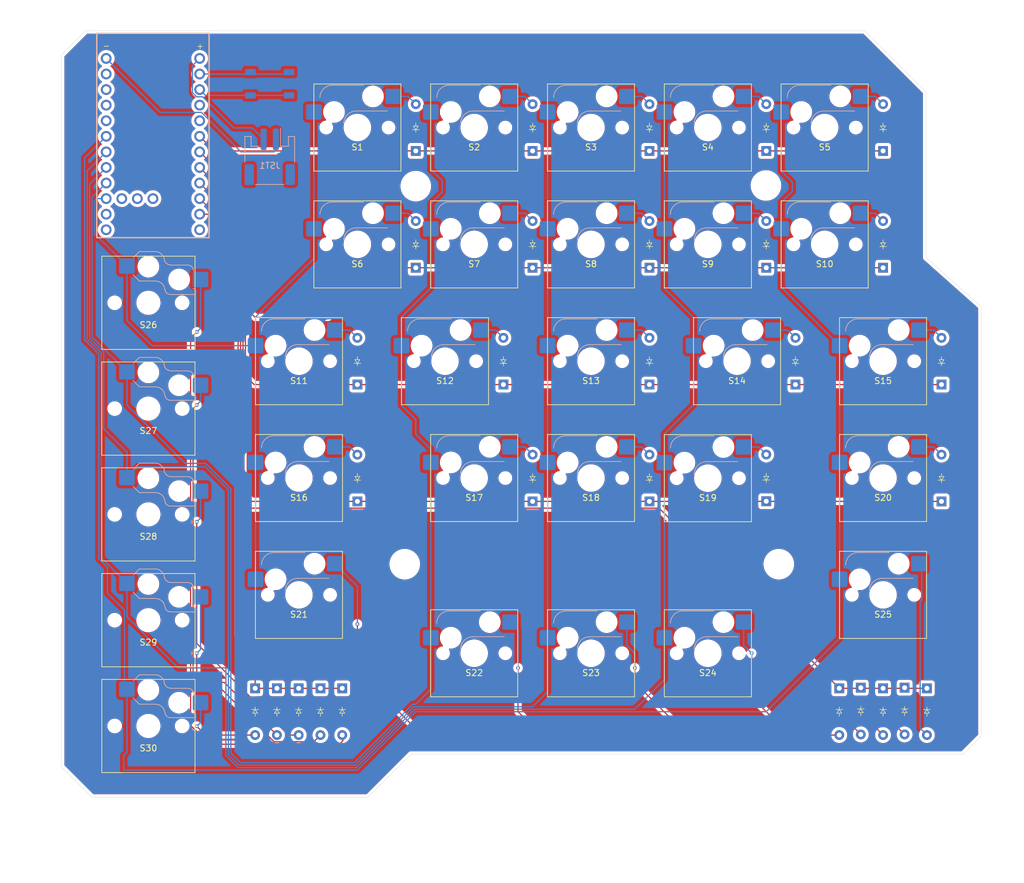
<source format=kicad_pcb>
(kicad_pcb (version 20240108) (generator "pcbnew") (generator_version "8.0")
  (layers (0 "F.Cu" signal) (31 "B.Cu" signal) (34 "B.Paste" user) (35 "F.Paste" user) (36 "B.SilkS" user "B.Silkscreen") (37 "F.SilkS" user "F.Silkscreen") (38 "B.Mask" user) (39 "F.Mask" user) (44 "Edge.Cuts" user))
  (net 0 "")
  (net 1 "Row 1")
  (net 2 "Net-(D1-A)")
  (net 3 "Net-(D2-A)")
  (net 4 "Net-(D3-A)")
  (net 5 "Net-(D4-A)")
  (net 6 "Net-(D5-A)")
  (net 7 "Net-(D6-A)")
  (net 8 "Row 2")
  (net 9 "Net-(D7-A)")
  (net 10 "Net-(D8-A)")
  (net 11 "Net-(D9-A)")
  (net 12 "Net-(D10-A)")
  (net 13 "Row 3")
  (net 14 "Net-(D11-A)")
  (net 15 "Net-(D12-A)")
  (net 16 "Net-(D13-A)")
  (net 17 "Net-(D14-A)")
  (net 18 "Net-(D15-A)")
  (net 19 "Row 4")
  (net 20 "Net-(D16-A)")
  (net 21 "Net-(D17-A)")
  (net 22 "Net-(D18-A)")
  (net 23 "Net-(D19-A)")
  (net 24 "Net-(D20-A)")
  (net 25 "Net-(D21-A)")
  (net 26 "Row 5")
  (net 27 "Net-(D22-A)")
  (net 28 "Net-(D23-A)")
  (net 29 "Net-(D24-A)")
  (net 30 "Net-(D25-A)")
  (net 31 "Col 1")
  (net 32 "Col 2")
  (net 33 "Col 3")
  (net 34 "Col 4")
  (net 35 "Col 5")
  (net 36 "Net-(D26-A)")
  (net 37 "Row 6")
  (net 38 "Net-(D27-A)")
  (net 39 "Net-(D28-A)")
  (net 40 "Net-(D29-A)")
  (net 41 "Net-(D30-A)")
  (net 42 "GND")
  (net 43 "RST")
  (net 44 "Bat Pos")
  (net 45 "Bat Neg")
  (footprint "ScottoKeebs_Hotswap:Hotswap_MX_1.00u" (layer "F.Cu") (at 101.92 126.625)
    (property "Reference" "S22")
    (property "Value" "Keyswitch")
  )
  (footprint "ScottoKeebs_Components:Diode_DO-35" (layer "F.Cu") (at 149.545 101.834469 90)
    (property "Reference" "D19" (hide yes))
    (property "Value" "Diode" (hide yes))
  )
  (footprint "ScottoKeebs_Components:Diode_DO-35" (layer "F.Cu") (at 130.495 63.76 90)
    (property "Reference" "D8" (hide yes))
    (property "Value" "Diode" (hide yes))
  )
  (footprint "ScottoKeebs_Hotswap:Hotswap_MX_1.50u" (layer "F.Cu") (at 168.595 98.05)
    (property "Reference" "S20")
    (property "Value" "Keyswitch")
  )
  (footprint "ScottoKeebs_Components:Diode_DO-35" (layer "F.Cu") (at 111.445 44.71 90)
    (property "Reference" "D2" (hide yes))
    (property "Value" "Diode" (hide yes))
  )
  (footprint "ScottoKeebs_Components:Diode_DO-35" (layer "F.Cu") (at 168.595 63.76 90)
    (property "Reference" "D10" (hide yes))
    (property "Value" "Diode" (hide yes))
  )
  (footprint "ScottoKeebs_Hotswap:Hotswap_MX_1.50u" (layer "F.Cu") (at 73.345 98.05)
    (property "Reference" "S16")
    (property "Value" "Keyswitch")
  )
  (footprint "ScottoKeebs_Components:Diode_DO-35" (layer "F.Cu") (at 130.495 82.81 90)
    (property "Reference" "D13" (hide yes))
    (property "Value" "Diode" (hide yes))
  )
  (footprint "ScottoKeebs_Components:Diode_DO-35" (layer "F.Cu") (at 149.545 44.71 90)
    (property "Reference" "D4" (hide yes))
    (property "Value" "Diode" (hide yes))
  )
  (footprint "ScottoKeebs_Components:Diode_DO-35" (layer "F.Cu") (at 175.73875 132.34 -90)
    (property "Reference" "D25" (hide yes))
    (property "Value" "Diode" (hide yes))
  )
  (footprint "ScottoKeebs_Components:Diode_DO-35" (layer "F.Cu") (at 168.595 132.34 -90)
    (property "Reference" "D23" (hide yes))
    (property "Value" "Diode" (hide yes))
  )
  (footprint "ScottoKeebs_Hotswap:Hotswap_MX_1.00u" (layer "F.Cu") (at 159.07 59.95)
    (property "Reference" "S10")
    (property "Value" "Keyswitch")
  )
  (footprint "ScottoKeebs_Hotswap:Hotswap_MX_1.00u" (layer "F.Cu") (at 140.02 98.075531)
    (property "Reference" "S19")
    (property "Value" "Keyswitch")
  )
  (footprint "ScottoKeebs_Components:Diode_DO-35" (layer "F.Cu") (at 149.545 63.76 90)
    (property "Reference" "D9" (hide yes))
    (property "Value" "Diode" (hide yes))
  )
  (footprint "ScottoKeebs_Components:Diode_DO-35" (layer "F.Cu") (at 92.395 44.71 90)
    (property "Reference" "D1" (hide yes))
    (property "Value" "Diode" (hide yes))
  )
  (footprint "ScottoKeebs_Hotswap:Hotswap_MX_1.00u" (layer "F.Cu") (at 82.87 40.9)
    (property "Reference" "S1")
    (property "Value" "Keyswitch")
  )
  (footprint "ScottoKeebs_Components:Diode_DO-35" (layer "F.Cu") (at 73.30125 132.34 -90)
    (property "Reference" "D28" (hide yes))
    (property "Value" "Diode" (hide yes))
  )
  (footprint "ScottoKeebs_Components:Diode_DO-35" (layer "F.Cu") (at 164.96375 132.2425 -90)
    (property "Reference" "D22" (hide yes))
    (property "Value" "Diode" (hide yes))
  )
  (footprint "ScottoKeebs_Hotswap:Hotswap_MX_1.00u" (layer "F.Cu") (at 101.92 98.05)
    (property "Reference" "S17")
    (property "Value" "Keyswitch")
  )
  (footprint "ScottoKeebs_Components:Diode_DO-35" (layer "F.Cu") (at 76.85125 132.34 -90)
    (property "Reference" "D27" (hide yes))
    (property "Value" "Diode" (hide yes))
  )
  (footprint "ScottoKeebs_Hotswap:Hotswap_MX_1.00u" (layer "F.Cu") (at 140.02 59.95)
    (property "Reference" "S9")
    (property "Value" "Keyswitch")
  )
  (footprint "ScottoKeebs_Components:Diode_DO-35" (layer "F.Cu") (at 130.495 101.86 90)
    (property "Reference" "D18" (hide yes))
    (property "Value" "Diode" (hide yes))
  )
  (footprint "ScottoKeebs_Hotswap:Hotswap_MX_1.00u" (layer "F.Cu") (at 120.97 59.95)
    (property "Reference" "S8")
    (property "Value" "Keyswitch")
  )
  (footprint "ScottoKeebs_Hotswap:Hotswap_MX_1.00u" (layer "F.Cu") (at 120.97 126.625)
    (property "Reference" "S23")
    (property "Value" "Keyswitch")
  )
  (footprint "ScottoKeebs_Components:Diode_DO-35" (layer "F.Cu") (at 106.6825 82.81 90)
    (property "Reference" "D12" (hide yes))
    (property "Value" "Diode" (hide yes))
  )
  (footprint "MountingHole:MountingHole_4.5mm" (layer "F.Cu") (at 92.395 50.45)
    (property "Reference" "H1" (hide yes))
    (property "Value" "Mounting_Hole")
  )
  (footprint "ScottoKeebs_Hotswap:Hotswap_MX_1.00u" (layer "F.Cu") (at 144.7825 79)
    (property "Reference" "S14")
    (property "Value" "Keyswitch")
  )
  (footprint "MountingHole:MountingHole_4.5mm" (layer "F.Cu") (at 90.595 112.1)
    (property "Reference" "H4" (hide yes))
    (property "Value" "Mounting_Hole")
  )
  (footprint "ScottoKeebs_Components:Diode_DO-35" (layer "F.Cu") (at 178.12 82.81 90)
    (property "Reference" "D15" (hide yes))
    (property "Value" "Diode" (hide yes))
  )
  (footprint "ScottoKeebs_Hotswap:Hotswap_MX_1.50u" (layer "F.Cu") (at 168.595 79)
    (property "Reference" "S15")
    (property "Value" "Keyswitch")
  )
  (footprint "ScottoKeebs_Components:Diode_DO-35" (layer "F.Cu") (at 161.45125 132.34 -90)
    (property "Reference" "D21" (hide yes))
    (property "Value" "Diode" (hide yes))
  )
  (footprint "ScottoKeebs_Components:Diode_DO-35" (layer "F.Cu") (at 111.445 63.76 90)
    (property "Reference" "D7" (hide yes))
    (property "Value" "Diode" (hide yes))
  )
  (footprint "ScottoKeebs_Components:Diode_DO-35" (layer "F.Cu") (at 168.595 44.71 90)
    (property "Reference" "D5" (hide yes))
    (property "Value" "Diode" (hide yes))
  )
  (footprint "ScottoKeebs_Components:Diode_DO-35" (layer "F.Cu") (at 82.87 101.86 90)
    (property "Reference" "D16" (hide yes))
    (property "Value" "Diode" (hide yes))
  )
  (footprint "ScottoKeebs_Hotswap:Hotswap_MX_1.00u" (layer "F.Cu") (at 120.97 40.9)
    (property "Reference" "S3")
    (property "Value" "Keyswitch")
  )
  (footprint "ScottoKeebs_Hotswap:Hotswap_MX_1.00u" (layer "F.Cu") (at 140.02 126.625)
    (property "Reference" "S24")
    (property "Value" "Keyswitch")
  )
  (footprint "ScottoKeebs_Components:Diode_DO-35" (layer "F.Cu") (at 172.1075 132.2425 -90)
    (property "Reference" "D24" (hide yes))
    (property "Value" "Diode" (hide yes))
  )
  (footprint "ScottoKeebs_Hotswap:Hotswap_MX_1.00u" (layer "F.Cu") (at 97.1575 79)
    (property "Reference" "S12")
    (property "Value" "Keyswitch")
  )
  (footprint "ScottoKeebs_Hotswap:Hotswap_MX_1.00u" (layer "F.Cu") (at 159.07 40.9)
    (property "Reference" "S5")
    (property "Value" "Keyswitch")
  )
  (footprint "ScottoKeebs_Hotswap:Hotswap_MX_1.00u" (layer "F.Cu") (at 120.97 98.05)
    (property "Reference" "S18")
    (property "Value" "Keyswitch")
  )
  (footprint "ScottoKeebs_Hotswap:Hotswap_Choc_V1_1.00u" (layer "F.Cu") (at 48.795 121.231)
    (property "Reference" "S29")
    (property "Value" "Keyswitch")
  )
  (footprint "ScottoKeebs_Hotswap:Hotswap_MX_1.50u" (layer "F.Cu") (at 73.345 79)
    (property "Reference" "S11")
    (property "Value" "Keyswitch")
  )
  (footprint "ScottoKeebs_Hotswap:Hotswap_Choc_V1_1.00u" (layer "F.Cu") (at 48.795 86.727)
    (property "Reference" "S27")
    (property "Value" "Keyswitch")
  )
  (footprint "ScottoKeebs_Hotswap:Hotswap_Choc_V1_1.00u" (layer "F.Cu") (at 48.795 138.483)
    (property "Reference" "S30")
    (property "Value" "Keyswitch")
  )
  (footprint "MountingHole:MountingHole_4.5mm" (layer "F.Cu") (at 149.495 50.35)
    (property "Reference" "H3" (hide yes))
    (property "Value" "Mounting_Hole")
  )
  (footprint "ScottoKeebs_Components:Diode_DO-35" (layer "F.Cu") (at 92.395 63.76 90)
    (property "Reference" "D6" (hide yes))
    (property "Value" "Diode" (hide yes))
  )
  (footprint "ScottoKeebs_Components:Diode_DO-35" (layer "F.Cu") (at 130.495 44.71 90)
    (property "Reference" "D3" (hide yes))
    (property "Value" "Diode" (hide yes))
  )
  (footprint "ScottoKeebs_Hotswap:Hotswap_MX_1.00u" (layer "F.Cu") (at 120.97 79)
    (property "Reference" "S13")
    (property "Value" "Keyswitch")
  )
  (footprint "ScottoKeebs_Hotswap:Hotswap_MX_1.50u" (layer "F.Cu") (at 73.345 117.1)
    (property "Reference" "S21")
    (property "Value" "Keyswitch")
  )
  (footprint "ScottoKeebs_Components:Diode_DO-35" (layer "F.Cu") (at 66.20125 132.34 -90)
    (property "Reference" "D30" (hide yes))
    (property "Value" "Diode" (hide yes))
  )
  (footprint "ScottoKeebs_Hotswap:Hotswap_MX_1.50u" (layer "F.Cu") (at 168.595 117.1)
    (property "Reference" "S25")
    (property "Value" "Keyswitch")
  )
  (footprint "ScottoKeebs_Components:Diode_DO-35" (layer "F.Cu") (at 178.12 101.86 90)
    (property "Reference" "D20" (hide yes))
    (property "Value" "Diode" (hide yes))
  )
  (footprint "ScottoKeebs_Hotswap:Hotswap_MX_1.00u" (layer "F.Cu") (at 101.92 59.95)
    (property "Reference" "S7")
    (property "Value" "Keyswitch")
  )
  (footprint "ScottoKeebs_Hotswap:Hotswap_MX_1.00u" (layer "F.Cu") (at 101.92 40.9)
    (property "Reference" "S2")
    (property "Value" "Keyswitch")
  )
  (footprint "ScottoKeebs_Components:Diode_DO-35" (layer "F.Cu") (at 154.3075 82.81 90)
    (property "Reference" "D14" (hide yes))
    (property "Value" "Diode" (hide yes))
  )
  (footprint "MountingHole:MountingHole_4.5mm" (layer "F.Cu") (at 151.595 112.1)
    (property "Reference" "H2" (hide yes))
    (property "Value" "Mounting_Hole")
  )
  (footprint "ScottoKeebs_Hotswap:Hotswap_Choc_V1_1.00u" (layer "F.Cu") (at 48.795 103.979)
    (property "Reference" "S28")
    (property "Value" "Keyswitch")
  )
  (footprint "ScottoKeebs_Components:Diode_DO-35" (layer "F.Cu") (at 80.40125 132.34 -90)
    (property "Reference" "D26" (hide yes))
    (property "Value" "Diode" (hide yes))
  )
  (footprint "ScottoKeebs_Hotswap:Hotswap_MX_1.00u" (layer "F.Cu") (at 140.02 40.9)
    (property "Reference" "S4")
    (property "Value" "Keyswitch")
  )
  (footprint "ScottoKeebs_Hotswap:Hotswap_Choc_V1_1.00u" (layer "F.Cu") (at 48.795 69.475)
    (property "Reference" "S26")
    (property "Value" "Keyswitch")
  )
  (footprint "ScottoKeebs_Components:Diode_DO-35" (layer "F.Cu") (at 111.445 101.86 90)
    (property "Reference" "D17" (hide yes))
    (property "Value" "Diode" (hide yes))
  )
  (footprint "ScottoKeebs_MCU:Nice_Nano_V2" (layer "F.Cu") (at 49.5325 43.31875)
    (property "Reference" "U2" (hide yes))
    (property "Value" "Nice_Nano_V2" (hide yes))
  )
  (footprint "ScottoKeebs_Components:Diode_DO-35" (layer "F.Cu") (at 69.75125 132.34 -90)
    (property "Reference" "D29" (hide yes))
    (property "Value" "Diode" (hide yes))
  )
  (footprint "ScottoKeebs_Hotswap:Hotswap_MX_1.00u" (layer "F.Cu") (at 82.87 59.95)
    (property "Reference" "S6")
    (property "Value" "Keyswitch")
  )
  (footprint "ScottoKeebs_Components:Diode_DO-35" (layer "F.Cu") (at 82.87 82.81 90)
    (property "Reference" "D11" (hide yes))
    (property "Value" "Diode" (hide yes))
  )
  (footprint "Connector_JST:JST_PH_S2B-PH-SM4-TB_1x02-1MP_P2.00mm_Horizontal" (layer "B.Cu") (at 68.5825 45.6625 180)
    (property "Reference" "JST1")
    (property "Value" "Battery")
  )
  (footprint "ScottoKeebs_Components:Button_TL3342" (layer "B.Cu") (at 68.5825 33.75625 180)
    (property "Reference" "RST1" (hide yes))
    (property "Value" "Reset")
  )
  (gr_poly (pts (xy 34.595 29.1) (xy 38.595 25.1) (xy 165.595 25.1) (xy 175.595 35.1) (xy 175.595 62.1) (xy 184.595 70.1) (xy 184.595 140.1) (xy 181.595 143.1) (xy 91.595 143.1) (xy 84.595 150.1) (xy 39.595 150.1) (xy 34.595 145.1)) (stroke (width 0.05)) (fill none) (layer "Edge.Cuts"))
  (gr_text "-" (at 41.245 28.15 0) (layer "F.SilkS") (effects (font (size 1 1) (thickness 0.1)) (justify left bottom)))
  (gr_text "+" (at 56.545 28.2 0) (layer "F.SilkS") (effects (font (size 1 1) (thickness 0.1)) (justify left bottom)))
  (segment (start 59.53375 44.71) (end 57.1525 42.32875) (width 0.2) (layer "F.Cu") (net 1))
  (segment (start 168.595 44.71) (end 92.395 44.71) (width 0.2) (layer "F.Cu") (net 1))
  (segment (start 92.395 44.71) (end 59.53375 44.71) (width 0.2) (layer "F.Cu") (net 1))
  (segment (start 88.712 35.82) (end 91.125 35.82) (width 0.2) (layer "B.Cu") (net 2))
  (segment (start 91.125 35.82) (end 92.395 37.09) (width 0.2) (layer "B.Cu") (net 2))
  (segment (start 107.762 35.82) (end 110.175 35.82) (width 0.2) (layer "B.Cu") (net 3))
  (segment (start 110.175 35.82) (end 111.445 37.09) (width 0.2) (layer "B.Cu") (net 3))
  (segment (start 129.225 35.82) (end 130.495 37.09) (width 0.2) (layer "B.Cu") (net 4))
  (segment (start 126.812 35.82) (end 129.225 35.82) (width 0.2) (layer "B.Cu") (net 4))
  (segment (start 145.862 35.82) (end 148.275 35.82) (width 0.2) (layer "B.Cu") (net 5))
  (segment (start 148.275 35.82) (end 149.545 37.09) (width 0.2) (layer "B.Cu") (net 5))
  (segment (start 164.912 35.82) (end 167.325 35.82) (width 0.2) (layer "B.Cu") (net 6))
  (segment (start 167.325 35.82) (end 168.595 37.09) (width 0.2) (layer "B.Cu") (net 6))
  (segment (start 91.125 54.87) (end 92.395 56.14) (width 0.2) (layer "B.Cu") (net 7))
  (segment (start 88.712 54.87) (end 91.125 54.87) (width 0.2) (layer "B.Cu") (net 7))
  (segment (start 65.02 58.659192) (end 59.8575 53.496692) (width 0.2) (layer "F.Cu") (net 8))
  (segment (start 65.02 70.675) (end 65.02 58.659192) (width 0.2) (layer "F.Cu") (net 8))
  (segment (start 86.20375 63.76) (end 78.1075 71.85625) (width 0.2) (layer "F.Cu") (net 8))
  (segment (start 168.595 63.76) (end 92.395 63.76) (width 0.2) (layer "F.Cu") (net 8))
  (segment (start 59.8575 53.496692) (end 59.8575 47.57375) (width 0.2) (layer "F.Cu") (net 8))
  (segment (start 66.20125 71.85625) (end 65.02 70.675) (width 0.2) (layer "F.Cu") (net 8))
  (segment (start 59.8575 47.57375) (end 57.1525 44.86875) (width 0.2) (layer "F.Cu") (net 8))
  (segment (start 92.395 63.76) (end 86.20375 63.76) (width 0.2) (layer "F.Cu") (net 8))
  (segment (start 78.1075 71.85625) (end 66.20125 71.85625) (width 0.2) (layer "F.Cu") (net 8))
  (segment (start 110.175 54.87) (end 111.445 56.14) (width 0.2) (layer "B.Cu") (net 9))
  (segment (start 107.762 54.87) (end 110.175 54.87) (width 0.2) (layer "B.Cu") (net 9))
  (segment (start 126.812 54.87) (end 129.225 54.87) (width 0.2) (layer "B.Cu") (net 10))
  (segment (start 129.225 54.87) (end 130.495 56.14) (width 0.2) (layer "B.Cu") (net 10))
  (segment (start 148.275 54.87) (end 149.545 56.14) (width 0.2) (layer "B.Cu") (net 11))
  (segment (start 145.862 54.87) (end 148.275 54.87) (width 0.2) (layer "B.Cu") (net 11))
  (segment (start 167.325 54.87) (end 168.595 56.14) (width 0.2) (layer "B.Cu") (net 12))
  (segment (start 164.912 54.87) (end 167.325 54.87) (width 0.2) (layer "B.Cu") (net 12))
  (segment (start 64.62 58.824878) (end 59.4575 53.662378) (width 0.2) (layer "F.Cu") (net 13))
  (segment (start 64.62 81.38125) (end 64.62 58.824878) (width 0.2) (layer "F.Cu") (net 13))
  (segment (start 66.04875 82.81) (end 64.62 81.38125) (width 0.2) (layer "F.Cu") (net 13))
  (segment (start 178.12 82.81) (end 82.87 82.81) (width 0.2) (layer "F.Cu") (net 13))
  (segment (start 59.4575 49.71375) (end 57.1525 47.40875) (width 0.2) (layer "F.Cu") (net 13))
  (segment (start 82.87 82.81) (end 66.04875 82.81) (width 0.2) (layer "F.Cu") (net 13))
  (segment (start 59.4575 53.662378) (end 59.4575 49.71375) (width 0.2) (layer "F.Cu") (net 13))
  (segment (start 79.187 73.92) (end 81.6 73.92) (width 0.2) (layer "B.Cu") (net 14))
  (segment (start 81.6 73.92) (end 82.87 75.19) (width 0.2) (layer "B.Cu") (net 14))
  (segment (start 105.4125 73.92) (end 106.6825 75.19) (width 0.2) (layer "B.Cu") (net 15))
  (segment (start 102.9995 73.92) (end 105.4125 73.92) (width 0.2) (layer "B.Cu") (net 15))
  (segment (start 129.225 73.92) (end 130.495 75.19) (width 0.2) (layer "B.Cu") (net 16))
  (segment (start 126.812 73.92) (end 129.225 73.92) (width 0.2) (layer "B.Cu") (net 16))
  (segment (start 153.0375 73.92) (end 154.3075 75.19) (width 0.2) (layer "B.Cu") (net 17))
  (segment (start 150.6245 73.92) (end 153.0375 73.92) (width 0.2) (layer "B.Cu") (net 17))
  (segment (start 174.437 73.92) (end 176.85 73.92) (width 0.2) (layer "B.Cu") (net 18))
  (segment (start 176.85 73.92) (end 178.12 75.19) (width 0.2) (layer "B.Cu") (net 18))
  (segment (start 64.22 100.43125) (end 64.22 58.990564) (width 0.2) (layer "F.Cu") (net 19))
  (segment (start 59.0575 53.828064) (end 59.0575 51.85375) (width 0.2) (layer "F.Cu") (net 19))
  (segment (start 82.87 101.86) (end 65.64875 101.86) (width 0.2) (layer "F.Cu") (net 19))
  (segment (start 178.12 101.86) (end 82.87 101.86) (width 0.2) (layer "F.Cu") (net 19))
  (segment (start 59.0575 51.85375) (end 57.1525 49.94875) (width 0.2) (layer "F.Cu") (net 19))
  (segment (start 65.64875 101.86) (end 64.22 100.43125) (width 0.2) (layer "F.Cu") (net 19))
  (segment (start 64.22 58.990564) (end 59.0575 53.828064) (width 0.2) (layer "F.Cu") (net 19))
  (segment (start 81.6 92.97) (end 82.87 94.24) (width 0.2) (layer "B.Cu") (net 20))
  (segment (start 79.187 92.97) (end 81.6 92.97) (width 0.2) (layer "B.Cu") (net 20))
  (segment (start 110.175 92.97) (end 111.445 94.24) (width 0.2) (layer "B.Cu") (net 21))
  (segment (start 107.762 92.97) (end 110.175 92.97) (width 0.2) (layer "B.Cu") (net 21))
  (segment (start 129.225 92.97) (end 130.495 94.24) (width 0.2) (layer "B.Cu") (net 22))
  (segment (start 126.812 92.97) (end 129.225 92.97) (width 0.2) (layer "B.Cu") (net 22))
  (segment (start 148.326062 92.995531) (end 149.545 94.214469) (width 0.2) (layer "B.Cu") (net 23))
  (segment (start 145.862 92.995531) (end 148.326062 92.995531) (width 0.2) (layer "B.Cu") (net 23))
  (segment (start 174.437 92.97) (end 176.85 92.97) (width 0.2) (layer "B.Cu") (net 24))
  (segment (start 176.85 92.97) (end 178.12 94.24) (width 0.2) (layer "B.Cu") (net 24))
  (segment (start 159.07 138.93125) (end 92.395 138.93125) (width 0.2) (layer "F.Cu") (net 25))
  (segment (start 82.87 129.40625) (end 82.87 121.8625) (width 0.2) (layer "F.Cu") (net 25))
  (segment (start 160.09875 139.96) (end 159.07 138.93125) (width 0.2) (layer "F.Cu") (net 25))
  (segment (start 92.395 138.93125) (end 82.87 129.40625) (width 0.2) (layer "F.Cu") (net 25))
  (segment (start 161.45125 139.96) (end 160.09875 139.96) (width 0.2) (layer "F.Cu") (net 25))
  (via (at 82.87 121.8625) (size 0.6) (drill 0.3) (layers "F.Cu" "B.Cu") (net 25))
  (segment (start 82.87 121.8625) (end 82.87 115.703) (width 0.2) (layer "B.Cu") (net 25))
  (segment (start 82.87 115.703) (end 79.187 112.02) (width 0.2) (layer "B.Cu") (net 25))
  (segment (start 161.45125 132.34) (end 132.07125 102.96) (width 0.2) (layer "F.Cu") (net 26))
  (segment (start 63.82 59.15625) (end 57.1525 52.48875) (width 0.2) (layer "F.Cu") (net 26))
  (segment (start 175.73875 132.34) (end 161.45125 132.34) (width 0.2) (layer "F.Cu") (net 26))
  (segment (start 63.82 102.8125) (end 63.82 59.15625) (width 0.2) (layer "F.Cu") (net 26))
  (segment (start 63.9675 102.96) (end 63.82 102.8125) (width 0.2) (layer "F.Cu") (net 26))
  (segment (start 132.07125 102.96) (end 63.9675 102.96) (width 0.2) (layer "F.Cu") (net 26))
  (segment (start 109.06375 133.76875) (end 109.06375 129.00625) (width 0.2) (layer "F.Cu") (net 27))
  (segment (start 111.445 138.53125) (end 109.06375 136.15) (width 0.2) (layer "F.Cu") (net 27))
  (segment (start 164.96375 139.8625) (end 163.6325 138.53125) (width 0.2) (layer "F.Cu") (net 27))
  (segment (start 109.06375 136.15) (end 109.06375 133.76875) (width 0.2) (layer "F.Cu") (net 27))
  (segment (start 163.6325 138.53125) (end 111.445 138.53125) (width 0.2) (layer "F.Cu") (net 27))
  (via (at 109.06375 129.00625) (size 0.6) (drill 0.3) (layers "F.Cu" "B.Cu") (net 27))
  (segment (start 109.06375 129.00625) (end 109.06375 122.84675) (width 0.2) (layer "B.Cu") (net 27))
  (segment (start 109.06375 122.84675) (end 107.762 121.545) (width 0.2) (layer "B.Cu") (net 27))
  (segment (start 134.8575 138.13125) (end 128.11375 131.3875) (width 0.2) (layer "F.Cu") (net 28))
  (segment (start 166.76625 138.13125) (end 135.2575 138.13125) (width 0.2) (layer "F.Cu") (net 28))
  (segment (start 128.11375 131.3875) (end 128.11375 129.00625) (width 0.2) (layer "F.Cu") (net 28))
  (segment (start 135.2575 138.13125) (end 134.8575 138.13125) (width 0.2) (layer "F.Cu") (net 28))
  (segment (start 168.595 139.96) (end 166.76625 138.13125) (width 0.2) (layer "F.Cu") (net 28))
  (via (at 128.11375 129.00625) (size 0.6) (drill 0.3) (layers "F.Cu" "B.Cu") (net 28))
  (segment (start 128.11375 129.00625) (end 128.11375 126.625) (width 0.2) (layer "B.Cu") (net 28))
  (segment (start 128.11375 126.625) (end 126.812 125.32325) (width 0.2) (layer "B.Cu") (net 28))
  (segment (start 126.812 125.32325) (end 126.812 121.545) (width 0.2) (layer "B.Cu") (net 28))
  (segment (start 172.1075 139.8625) (end 169.97625 137.73125) (width 0.2) (layer "F.Cu") (net 29))
  (segment (start 147.16375 133.76875) (end 147.16375 126.625) (width 0.2) (layer "F.Cu") (net 29))
  (segment (start 169.97625 137.73125) (end 151.12625 137.73125) (width 0.2) (layer "F.Cu") (net 29))
  (segment (start 151.12625 137.73125) (end 147.16375 133.76875) (width 0.2) (layer "F.Cu") (net 29))
  (via (at 147.16375 126.625) (size 0.6) (drill 0.3) (layers "F.Cu" "B.Cu") (net 29))
  (segment (start 147.16375 126.625) (end 145.862 125.32325) (width 0.2) (layer "B.Cu") (net 29))
  (segment (start 145.862 125.32325) (end 145.862 121.545) (width 0.2) (layer "B.Cu") (net 29))
  (segment (start 174.9 117.93875) (end 174.9 112.483) (width 0.2) (layer "B.Cu") (net 30))
  (segment (start 174.63875 138.86) (end 174.63875 118.2) (width 0.2) (layer "B.Cu") (net 30))
  (segment (start 175.73875 139.96) (end 174.63875 138.86) (width 0.2) (layer "B.Cu") (net 30))
  (segment (start 174.9 112.483) (end 174.437 112.02) (width 0.2) (layer "B.Cu") (net 30))
  (segment (start 174.63875 118.2) (end 174.9 117.93875) (width 0.2) (layer "B.Cu") (net 30))
  (segment (start 66.26 71.915) (end 66.26 76.46) (width 0.2) (layer "B.Cu") (net 31))
  (segment (start 45.295 72.38125) (end 49.37375 76.46) (width 0.2) (layer "B.Cu") (net 31))
  (segment (start 40.325 52.48875) (end 41.9125 52.48875) (width 0.2) (layer "B.Cu") (net 31))
  (segment (start 40.0075 58.1875) (end 40.0075 52.80625) (width 0.2) (layer "B.Cu") (net 31))
  (segment (start 45.295 63.475) (end 45.295 72.38125) (width 0.2) (layer "B.Cu") (net 31))
  (segment (start 75.785 57.41) (end 75.785 62.2725) (width 0.2) (layer "B.Cu") (net 31))
  (segment (start 40.0075 52.80625) (end 40.325 52.48875) (width 0.2) (layer "B.Cu") (net 31))
  (segment (start 45.295 63.475) (end 40.0075 58.1875) (width 0.2) (layer "B.Cu") (net 31))
  (segment (start 49.37375 76.46) (end 66.26 76.46) (width 0.2) (layer "B.Cu") (net 31))
  (segment (start 75.785 38.36) (end 75.785 57.41) (width 0.2) (layer "B.Cu") (net 31))
  (segment (start 75.785 62.2725) (end 66.20125 71.85625) (width 0.2) (layer "B.Cu") (net 31))
  (segment (start 66.20125 71.85625) (end 66.26 71.915) (width 0.2) (layer "B.Cu") (net 31))
  (segment (start 66.26 76.46) (end 66.26 114.56) (width 0.2) (layer "B.Cu") (net 31))
  (segment (start 82.372942 144.475) (end 63.82 144.475) (width 0.2) (layer "B.Cu") (net 32))
  (segment (start 90.01375 74.2375) (end 90.0725 74.29625) (width 0.2) (layer "B.Cu") (net 32))
  (segment (start 90.01375 71.85625) (end 90.01375 74.2375) (width 0.2) (layer "B.Cu") (net 32))
  (segment (start 58.107686 95.66875) (end 54.802257 95.66875) (width 0.2) (layer "B.Cu") (net 32))
  (segment (start 94.835 124.085) (end 94.835 132.51) (width 0.2) (layer "B.Cu") (net 32))
  (segment (start 92.395 90.90625) (end 94.835 93.34625) (width 0.2) (layer "B.Cu") (net 32))
  (segment (start 94.945 47.8) (end 96.695 49.55) (width 0.2) (layer "B.Cu") (net 32))
  (segment (start 90.0725 74.29625) (end 90.0725 76.46) (width 0.2) (layer "B.Cu") (net 32))
  (segment (start 62.23875 142.89375) (end 62.23875 99.799814) (width 0.2) (layer "B.Cu") (net 32))
  (segment (start 92.395 88.525) (end 92.395 90.90625) (width 0.2) (layer "B.Cu") (net 32))
  (segment (start 92.395 134.95) (end 91.897942 134.95) (width 0.2) (layer "B.Cu") (net 32))
  (segment (start 63.82 144.475) (end 62.23875 142.89375) (width 0.2) (layer "B.Cu") (net 32))
  (segment (start 94.835 67.035) (end 90.01375 71.85625) (width 0.2) (layer "B.Cu") (net 32))
  (segment (start 90.0725 76.46) (end 90.0725 86.2025) (width 0.2) (layer "B.Cu") (net 32))
  (segment (start 96.695 49.55) (end 96.695 51.44) (width 0.2) (layer "B.Cu") (net 32))
  (segment (start 45.295 86.161493) (end 45.295 80.727) (width 0.2) (layer "B.Cu") (net 32))
  (segment (start 96.695 51.44) (end 94.835 53.3) (width 0.2) (layer "B.Cu") (net 32))
  (segment (start 94.835 93.34625) (end 94.835 95.51) (width 0.2) (layer "B.Cu") (net 32))
  (segment (start 62.23875 99.799814) (end 58.107686 95.66875) (width 0.2) (layer "B.Cu") (net 32))
  (segment (start 45.295 80.727) (end 39.6075 75.0395) (width 0.2) (layer "B.Cu") (net 32))
  (segment (start 94.835 95.51) (end 94.835 124.085) (width 0.2) (layer "B.Cu") (net 32))
  (segment (start 94.835 53.3) (end 94.835 57.41) (width 0.2) (layer "B.Cu") (net 32))
  (segment (start 54.802257 95.66875) (end 45.295 86.161493) (width 0.2) (layer "B.Cu") (net 32))
  (segment (start 94.835 47.8) (end 94.945 47.8) (width 0.2) (layer "B.Cu") (net 32))
  (segment (start 94.835 132.51) (end 92.395 134.95) (width 0.2) (layer "B.Cu") (net 32))
  (segment (start 39.6075 52.25375) (end 41.9125 49.94875) (width 0.2) (layer "B.Cu") (net 32))
  (segment (start 90.0725 86.2025) (end 92.395 88.525) (width 0.2) (layer "B.Cu") (net 32))
  (segment (start 94.835 57.41) (end 94.835 67.035) (width 0.2) (layer "B.Cu") (net 32))
  (segment (start 91.897942 134.95) (end 82.372942 144.475) (width 0.2) (layer "B.Cu") (net 32))
  (segment (start 94.835 38.36) (end 94.835 47.8) (width 0.2) (layer "B.Cu") (net 32))
  (segment (start 39.6075 75.0395) (end 39.6075 52.25375) (width 0.2) (layer "B.Cu") (net 32))
  (segment (start 113.885 132.91) (end 113.885 124.085) (width 0.2) (layer "B.Cu") (net 33))
  (segment (start 82.538628 144.875) (end 92.063628 135.35) (width 0.2) (layer "B.Cu") (net 33))
  (segment (start 113.885 124.085) (end 113.885 38.36) (width 0.2) (layer "B.Cu") (net 33))
  (segment (start 39.2075 75.205186) (end 39.2075 50.11375) (width 0.2) (layer "B.Cu") (net 33))
  (segment (start 39.2075 50.11375) (end 41.9125 47.40875) (width 0.2) (layer "B.Cu") (net 33))
  (segment (start 45.295 93.8125) (end 41.504907 90.022407) (width 0.2) (layer "B.Cu") (net 33))
  (segment (start 45.295 97.979) (end 47.07 96.204) (width 0.2) (layer "B.Cu") (net 33))
  (segment (start 63.585686 144.875) (end 82.538628 144.875) (width 0.2) (layer "B.Cu") (net 33))
  (segment (start 61.83875 99.9655) (end 61.83875 143.128064) (width 0.2) (layer "B.Cu") (net 33))
  (segment (start 47.07 96.204) (end 58.07725 96.204) (width 0.2) (layer "B.Cu") (net 33))
  (segment (start 58.07725 96.204) (end 61.83875 99.9655) (width 0.2) (layer "B.Cu") (net 33))
  (segment (start 45.295 97.979) (end 45.295 93.8125) (width 0.2) (layer "B.Cu") (net 33))
  (segment (start 41.504907 77.502593) (end 39.2075 75.205186) (width 0.2) (layer "B.Cu") (net 33))
  (segment (start 92.063628 135.35) (end 111.445 135.35) (width 0.2) (layer "B.Cu") (net 33))
  (segment (start 41.504907 90.022407) (end 41.504907 77.502593) (width 0.2) (layer "B.Cu") (net 33))
  (segment (start 61.83875 143.128064) (end 63.585686 144.875) (width 0.2) (layer "B.Cu") (net 33))
  (segment (start 111.445 135.35) (end 113.885 132.91) (width 0.2) (layer "B.Cu") (net 33))
  (segment (start 137.6975 71.915) (end 137.6975 76.46) (width 0.2) (layer "B.Cu") (net 34))
  (segment (start 41.104907 111.040907) (end 41.104907 77.668279) (width 0.2) (layer "B.Cu") (net 34))
  (segment (start 63.42 145.275) (end 61.43875 143.29375) (width 0.2) (layer "B.Cu") (net 34))
  (segment (start 41.104907 77.668279) (end 38.8075 75.370872) (width 0.2) (layer "B.Cu") (net 34))
  (segment (start 132.935 124.085) (end 132.935 130.92875) (width 0.2) (layer "B.Cu") (net 34))
  (segment (start 137.6975 86.085) (end 132.935 90.8475) (width 0.2) (layer "B.Cu") (net 34))
  (segment (start 132.935 90.8475) (end 132.935 95.535531) (width 0.2) (layer "B.Cu") (net 34))
  (segment (start 132.935 95.535531) (end 132.935 124.085) (width 0.2) (layer "B.Cu") (net 34))
  (segment (start 132.935 57.41) (end 132.935 67.1525) (width 0.2) (layer "B.Cu") (net 34))
  (segment (start 128.11375 135.75) (end 92.229314 135.75) (width 0.2) (layer "B.Cu") (net 34))
  (segment (start 38.8075 47.97375) (end 41.9125 44.86875) (width 0.2) (layer "B.Cu") (net 34))
  (segment (start 132.935 130.92875) (end 128.11375 135.75) (width 0.2) (layer "B.Cu") (net 34))
  (segment (start 137.6975 76.46) (end 137.6975 86.085) (width 0.2) (layer "B.Cu") (net 34))
  (segment (start 45.295 115.231) (end 41.104907 111.040907) (width 0.2) (layer "B.Cu") (net 34))
  (segment (start 92.229314 135.75) (end 82.704314 145.275) (width 0.2) (layer "B.Cu") (net 34))
  (segment (start 132.935 67.1525) (end 137.6975 71.915) (width 0.2) (layer "B.Cu") (net 34))
  (segment (start 53.635757 129.00625) (end 45.295 120.665493) (width 0.2) (layer "B.Cu") (net 34))
  (segment (start 82.704314 145.275) (end 63.42 145.275) (width 0.2) (layer "B.Cu") (net 34))
  (segment (start 61.43875 143.29375) (end 61.43875 129.00625) (width 0.2) (layer "B.Cu") (net 34))
  (segment (start 61.43875 129.00625) (end 53.635757 129.00625) (width 0.2) (layer "B.Cu") (net 34))
  (segment (start 38.8075 75.370872) (end 38.8075 47.97375) (width 0.2) (layer "B.Cu") (net 34))
  (segment (start 45.295 120.665493) (end 45.295 115.231) (width 0.2) (layer "B.Cu") (net 34))
  (segment (start 132.935 38.36) (end 132.935 57.41) (width 0.2) (layer "B.Cu") (net 34))
  (segment (start 45.295 132.483) (end 44.895 132.083) (width 0.2) (layer "B.Cu") (net 35))
  (segment (start 38.4075 45.83375) (end 41.9125 42.32875) (width 0.2) (layer "B.Cu") (net 35))
  (segment (start 161.51 124.185) (end 149.545 136.15) (width 0.2) (layer "B.Cu") (net 35))
  (segment (start 151.985 48) (end 153.795 49.81) (width 0.2) (layer "B.Cu") (net 35))
  (segment (start 44.77 143.29375) (end 45.295 142.76875) (width 0.2) (layer "B.Cu") (net 35))
  (segment (start 40.704907 77.833965) (end 38.4075 75.536558) (width 0.2) (layer "B.Cu") (net 35))
  (segment (start 44.895 119.60625) (end 42.112282 116.823532) (width 0.2) (layer "B.Cu") (net 35))
  (segment (start 42.112282 112.613968) (end 40.704907 111.206593) (width 0.2) (layer "B.Cu") (net 35))
  (segment (start 40.704907 111.206593) (end 40.704907 77.833965) (width 0.2) (layer "B.Cu") (net 35))
  (segment (start 45.295 142.76875) (end 45.295 132.483) (width 0.2) (layer "B.Cu") (net 35))
  (segment (start 153.795 49.81) (end 153.795 51.29) (width 0.2) (layer "B.Cu") (net 35))
  (segment (start 151.985 53.1) (end 151.985 66.935) (width 0.2) (layer "B.Cu") (net 35))
  (segment (start 161.51 114.56) (end 161.51 76.46) (width 0.2) (layer "B.Cu") (net 35))
  (segment (start 82.87 145.675) (end 44.77 145.675) (width 0.2) (layer "B.Cu") (net 35))
  (segment (start 151.985 38.36) (end 151.985 48) (width 0.2) (layer "B.Cu") (net 35))
  (segment (start 38.4075 75.536558) (end 38.4075 45.83375) (width 0.2) (layer "B.Cu") (net 35))
  (segment (start 44.895 132.083) (end 44.895 119.60625) (width 0.2) (layer "B.Cu") (net 35))
  (segment (start 44.77 145.675) (end 44.77 143.29375) (width 0.2) (layer "B.Cu") (net 35))
  (segment (start 149.545 136.15) (end 92.395 136.15) (width 0.2) (layer "B.Cu") (net 35))
  (segment (start 42.112282 116.823532) (end 42.112282 112.613968) (width 0.2) (layer "B.Cu") (net 35))
  (segment (start 161.51 114.56) (end 161.51 124.185) (width 0.2) (layer "B.Cu") (net 35))
  (segment (start 153.795 51.29) (end 151.985 53.1) (width 0.2) (layer "B.Cu") (net 35))
  (segment (start 92.395 136.15) (end 82.87 145.675) (width 0.2) (layer "B.Cu") (net 35))
  (segment (start 151.985 66.935) (end 161.51 76.46) (width 0.2) (layer "B.Cu") (net 35))
  (segment (start 55.67625 138.379779) (end 55.67625 75.2375) (width 0.2) (layer "F.Cu") (net 36))
  (segment (start 55.67625 75.2375) (end 56.67625 74.2375) (width 0.2) (layer "F.Cu") (net 36))
  (segment (start 80.48875 140.9125) (end 79.94125 141.46) (width 0.2) (layer "F.Cu") (net 36))
  (segment (start 80.40125 139.96) (end 80.48875 140.0475) (width 0.2) (layer "F.Cu") (net 36))
  (segment (start 58.756471 141.46) (end 55.67625 138.379779) (width 0.2) (layer "F.Cu") (net 36))
  (segment (start 80.48875 140.0475) (end 80.48875 140.9125) (width 0.2) (layer "F.Cu") (net 36))
  (segment (start 79.94125 141.46) (end 58.756471 141.46) (width 0.2) (layer "F.Cu") (net 36))
  (via (at 56.67625 74.2375) (size 0.6) (drill 0.3) (layers "F.Cu" "B.Cu") (net 36))
  (segment (start 57.295 73.61875) (end 57.295 65.675) (width 0.2) (layer "B.Cu") (net 36))
  (segment (start 56.67625 74.2375) (end 57.295 73.61875) (width 0.2) (layer "B.Cu") (net 36))
  (segment (start 63.42 59.55) (end 58.89875 55.02875) (width 0.2) (layer "F.Cu") (net 37))
  (segment (start 66.20125 126.625) (end 63.42 123.84375) (width 0.2) (layer "F.Cu") (net 37))
  (segment (start 58.89875 55.02875) (end 57.1525 55.02875) (width 0.2) (layer "F.Cu") (net 37))
  (segment (start 66.20125 132.34) (end 66.20125 126.625) (width 0.2) (layer "F.Cu") (net 37))
  (segment (start 80.40125 132.34) (end 66.20125 132.34) (width 0.2) (layer "F.Cu") (net 37))
  (segment (start 63.42 123.84375) (end 63.42 59.55) (width 0.2) (layer "F.Cu") (net 37))
  (segment (start 60.023115 131.7875) (end 56.510565 131.7875) (width 0.2) (layer "F.Cu") (net 38))
  (segment (start 56.07625 86.74375) (end 56.67625 86.14375) (width 0.2) (layer "F.Cu") (net 38))
  (segment (start 56.510565 131.7875) (end 56.07625 131.353185) (width 0.2) (layer "F.Cu") (net 38))
  (segment (start 69.295615 141.06) (end 60.023115 131.7875) (width 0.2) (layer "F.Cu") (net 38))
  (segment (start 76.85125 139.96) (end 75.75125 141.06) (width 0.2) (layer "F.Cu") (net 38))
  (segment (start 75.75125 141.06) (end 69.295615 141.06) (width 0.2) (layer "F.Cu") (net 38))
  (segment (start 56.07625 131.353185) (end 56.07625 86.74375) (width 0.2) (layer "F.Cu") (net 38))
  (via (at 56.67625 86.14375) (size 0.6) (drill 0.3) (layers "F.Cu" "B.Cu") (net 38))
  (segment (start 57.295 85.525) (end 57.295 82.927) (width 0.2) (layer "B.Cu") (net 38))
  (segment (start 56.67625 86.14375) (end 57.295 85.525) (width 0.2) (layer "B.Cu") (net 38))
  (segment (start 71.62125 139.96) (end 56.67625 125.015) (width 0.2) (layer "F.Cu") (net 39))
  (segment (start 73.30125 139.96) (end 71.62125 139.96) (width 0.2) (layer "F.Cu") (net 39))
  (segment (start 56.67625 125.015) (end 56.67625 105.19375) (width 0.2) (layer "F.Cu") (net 39))
  (via (at 56.67625 105.19375) (size 0.6) (drill 0.3) (layers "F.Cu" "B.Cu") (net 39))
  (segment (start 57.295 104.575) (end 57.295 100.179) (width 0.2) (layer "B.Cu") (net 39))
  (segment (start 56.67625 105.19375) (end 57.295 104.575) (width 0.2) (layer "B.Cu") (net 39))
  (segment (start 61.17875 131.3875) (end 56.67625 131.3875) (width 0.2) (layer "F.Cu") (net 40))
  (segment (start 56.67625 131.3875) (end 56.67625 126.625) (width 0.2) (layer "F.Cu") (net 40))
  (segment (start 69.75125 139.96) (end 61.17875 131.3875) (width 0.2) (layer "F.Cu") (net 40))
  (via (at 56.67625 126.625) (size 0.6) (drill 0.3) (layers "F.Cu" "B.Cu") (net 40))
  (segment (start 57.295 126.00625) (end 57.295 117.431) (width 0.2) (layer "B.Cu") (net 40))
  (segment (start 56.67625 126.625) (end 57.295 126.00625) (width 0.2) (layer "B.Cu") (net 40))
  (segment (start 58.105 139.96) (end 56.67625 138.53125) (width 0.2) (layer "F.Cu") (net 41))
  (segment (start 66.20125 139.96) (end 58.105 139.96) (width 0.2) (layer "F.Cu") (net 41))
  (via (at 56.67625 138.53125) (size 0.6) (drill 0.3) (layers "F.Cu" "B.Cu") (net 41))
  (segment (start 56.67625 138.53125) (end 57.295 137.9125) (width 0.2) (layer "B.Cu") (net 41))
  (segment (start 57.295 137.9125) (end 57.295 134.683) (width 0.2) (layer "B.Cu") (net 41))
  (segment (start 57.1525 32.16875) (end 71.42 32.16875) (width 0.2) (layer "B.Cu") (net 42))
  (segment (start 71.42 32.16875) (end 71.7325 31.85625) (width 0.2) (layer "B.Cu") (net 42))
  (segment (start 57.1525 34.70875) (end 58.1 35.65625) (width 0.2) (layer "B.Cu") (net 43))
  (segment (start 58.1 35.65625) (end 71.7325 35.65625) (width 0.2) (layer "B.Cu") (net 43))
  (segment (start 62.71974 40.96505) (end 57.63974 35.88505) (width 0.2) (layer "B.Cu") (net 44))
  (segment (start 57.63974 35.88505) (end 56.66526 35.88505) (width 0.2) (layer "B.Cu") (net 44))
  (segment (start 67.5825 42.8125) (end 65.73505 40.96505) (width 0.2) (layer "B.Cu") (net 44))
  (segment (start 55.9762 30.80505) (end 57.1525 29.62875) (width 0.2) (layer "B.Cu") (net 44))
  (segment (start 55.9762 35.19599) (end 55.9762 30.80505) (width 0.2) (layer "B.Cu") (net 44))
  (segment (start 65.73505 40.96505) (end 62.71974 40.96505) (width 0.2) (layer "B.Cu") (net 44))
  (segment (start 56.66526 35.88505) (end 55.9762 35.19599) (width 0.2) (layer "B.Cu") (net 44))
  (segment (start 69.5825 44.5625) (end 69.2825 44.8625) (width 0.2) (layer "B.Cu") (net 45))
  (segment (start 69.2825 44.8625) (end 63.88979 44.8625) (width 0.2) (layer "B.Cu") (net 45))
  (segment (start 63.88979 44.8625) (end 57.45234 38.42505) (width 0.2) (layer "B.Cu") (net 45))
  (segment (start 69.5825 42.8125) (end 69.5825 44.5625) (width 0.2) (layer "B.Cu") (net 45))
  (segment (start 69.5825 42.8125) (end 69.5825 41.0625) (width 0.2) (layer "B.Cu") (net 45))
  (segment (start 50.7088 38.42505) (end 41.9125 29.62875) (width 0.2) (layer "B.Cu") (net 45))
  (segment (start 57.45234 38.42505) (end 50.7088 38.42505) (width 0.2) (layer "B.Cu") (net 45))
  (zone (net 0) (net_name "") (layers "F&B.Cu") (connect_pads (clearance 0.5)) (min_thickness 0.25) (fill yes (thermal_gap 0.5) (thermal_bridge_width 0.5) (island_removal_mode 1) (island_area_min 10))
    (polygon (pts (xy 29.595 22.1) (xy 189.595 20.1) (xy 191.595 156.1) (xy 79.595 164.1) (xy 25.595 150.1) (xy 24.595 24.1)))
  )
)
</source>
